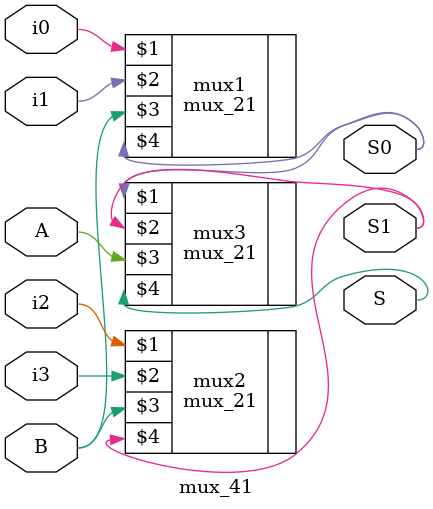
<source format=v>
/*
Projeto: circuito digital multiplexador (PARTE 2)
NOMES : Lara Gama, Mateus Ribeiro, Sulamita Ester Costa
DATA: 07/12/21

Entradas: i0, i1, i2, i3
Saida: S
Variaveis de entrada de controle: A, B

*/

//principal - main
module mux_41(i0, i1, i2, i3, A, B, S0, S1, S);
input i0, i1, i2, i3, A, B;
output S0, S1, S;

mux_21 mux1 (i0, i1, B, S0);
mux_21 mux2 (i2, i3, B, S1);
mux_21 mux3 (S0, S1, A, S);

endmodule

</source>
